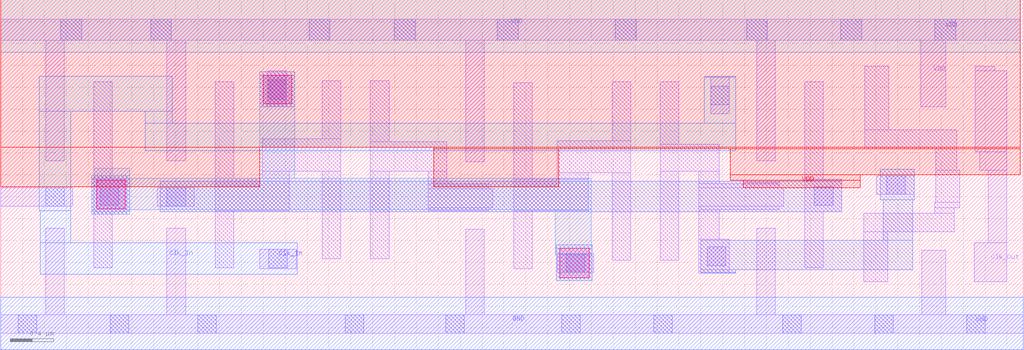
<source format=lef>
VERSION 5.7 ;
  NOWIREEXTENSIONATPIN ON ;
  DIVIDERCHAR "/" ;
  BUSBITCHARS "[]" ;
MACRO FD
  CLASS CORE ;
  FOREIGN FD ;
  ORIGIN 0.000 0.000 ;
  SIZE 9.350 BY 3.200 ;
  SITE unithddb1 ;
  PIN Clk_Out
    ANTENNADIFFAREA 0.318700 ;
    PORT
      LAYER li1 ;
        RECT 8.910 2.550 9.090 2.590 ;
        RECT 8.910 1.810 9.200 2.550 ;
        RECT 8.950 1.640 9.200 1.810 ;
        RECT 9.030 0.980 9.200 1.640 ;
        RECT 8.900 0.620 9.200 0.980 ;
    END
  END Clk_Out
  PIN GND
    ANTENNADIFFAREA 1.261200 ;
    PORT
      LAYER li1 ;
        RECT 0.410 0.320 0.580 1.110 ;
        RECT 1.520 0.320 1.690 1.110 ;
        RECT 4.250 0.320 4.420 1.100 ;
        RECT 6.910 0.320 7.080 1.110 ;
        RECT 8.420 0.320 8.640 0.910 ;
        RECT 0.000 0.150 9.350 0.320 ;
      LAYER mcon ;
        RECT 0.160 0.150 0.330 0.320 ;
        RECT 1.000 0.150 1.170 0.320 ;
        RECT 1.800 0.150 1.970 0.320 ;
        RECT 3.150 0.150 3.320 0.320 ;
        RECT 4.070 0.150 4.240 0.320 ;
        RECT 5.130 0.150 5.300 0.320 ;
        RECT 5.970 0.150 6.140 0.320 ;
        RECT 7.150 0.150 7.320 0.320 ;
        RECT 7.990 0.150 8.160 0.320 ;
        RECT 8.830 0.150 9.000 0.320 ;
      LAYER met1 ;
        RECT 0.000 0.000 9.350 0.480 ;
    END
  END GND
  PIN Clk_In
    ANTENNAGATEAREA 0.351000 ;
    PORT
      LAYER li1 ;
        RECT 6.490 2.160 6.660 2.500 ;
        RECT 0.000 1.310 0.660 1.480 ;
        RECT 2.370 0.740 2.700 0.920 ;
      LAYER mcon ;
        RECT 6.490 2.240 6.660 2.410 ;
        RECT 0.410 1.310 0.580 1.480 ;
        RECT 2.450 0.750 2.620 0.920 ;
      LAYER met1 ;
        RECT 0.350 2.180 1.570 2.500 ;
        RECT 6.440 2.490 6.720 2.500 ;
        RECT 0.350 1.270 0.640 2.180 ;
        RECT 1.320 2.070 1.570 2.180 ;
        RECT 6.430 2.070 6.720 2.490 ;
        RECT 1.320 1.820 6.720 2.070 ;
        RECT 0.360 0.980 0.640 1.270 ;
        RECT 0.360 0.690 2.710 0.980 ;
    END
  END Clk_In
  PIN VDD
    ANTENNADIFFAREA 1.829700 ;
    PORT
      LAYER nwell ;
        RECT 0.000 1.850 9.320 3.200 ;
        RECT 0.000 1.490 2.370 1.850 ;
        RECT 3.960 1.840 9.320 1.850 ;
        RECT 3.960 1.490 5.100 1.840 ;
        RECT 6.670 1.600 9.320 1.840 ;
        RECT 6.670 1.550 7.860 1.600 ;
        RECT 6.790 1.480 7.860 1.550 ;
      LAYER li1 ;
        RECT 0.000 2.830 9.320 3.020 ;
        RECT 0.410 1.730 0.580 2.830 ;
        RECT 1.520 1.730 1.690 2.830 ;
        RECT 4.250 1.720 4.420 2.830 ;
        RECT 6.910 1.730 7.080 2.830 ;
        RECT 8.410 2.220 8.640 2.830 ;
      LAYER mcon ;
        RECT 0.550 2.830 0.740 3.020 ;
        RECT 1.370 2.830 1.560 3.020 ;
        RECT 2.820 2.830 3.010 3.020 ;
        RECT 3.600 2.830 3.790 3.020 ;
        RECT 4.540 2.830 4.730 3.020 ;
        RECT 5.620 2.830 5.810 3.020 ;
        RECT 6.820 2.830 7.010 3.020 ;
        RECT 7.680 2.830 7.870 3.020 ;
        RECT 8.540 2.830 8.730 3.020 ;
      LAYER met1 ;
        RECT 0.000 2.720 9.320 3.200 ;
    END
  END VDD
  OBS
      LAYER li1 ;
        RECT 0.850 1.560 1.020 2.450 ;
        RECT 1.960 1.570 2.130 2.450 ;
        RECT 2.440 2.220 2.610 2.550 ;
        RECT 2.940 1.930 3.110 2.460 ;
        RECT 2.390 1.630 3.110 1.930 ;
        RECT 2.390 1.570 2.640 1.630 ;
        RECT 0.850 1.260 1.150 1.560 ;
        RECT 1.430 1.310 1.770 1.480 ;
        RECT 1.960 1.270 2.640 1.570 ;
        RECT 0.850 0.750 1.020 1.260 ;
        RECT 1.960 0.750 2.130 1.270 ;
        RECT 2.940 0.830 3.110 1.630 ;
        RECT 3.380 1.900 3.550 2.460 ;
        RECT 3.380 1.630 4.080 1.900 ;
        RECT 3.380 0.830 3.550 1.630 ;
        RECT 3.910 1.540 4.080 1.630 ;
        RECT 4.690 1.560 4.860 2.440 ;
        RECT 5.590 1.910 5.760 2.450 ;
        RECT 5.090 1.620 5.760 1.910 ;
        RECT 5.090 1.560 5.370 1.620 ;
        RECT 3.910 1.520 4.120 1.540 ;
        RECT 3.910 1.470 4.460 1.520 ;
        RECT 3.910 1.300 4.500 1.470 ;
        RECT 3.910 1.270 4.460 1.300 ;
        RECT 4.690 1.270 5.370 1.560 ;
        RECT 4.690 0.740 4.860 1.270 ;
        RECT 5.090 0.710 5.420 0.880 ;
        RECT 5.590 0.820 5.760 1.620 ;
        RECT 6.030 1.880 6.200 2.450 ;
        RECT 6.030 1.630 6.570 1.880 ;
        RECT 6.030 0.820 6.200 1.630 ;
        RECT 6.380 1.520 6.570 1.630 ;
        RECT 7.350 1.560 7.520 2.450 ;
        RECT 7.900 2.010 8.120 2.590 ;
        RECT 7.900 1.840 8.740 2.010 ;
        RECT 8.550 1.640 8.740 1.840 ;
        RECT 6.790 1.520 7.120 1.530 ;
        RECT 6.380 1.480 7.120 1.520 ;
        RECT 6.380 1.310 7.160 1.480 ;
        RECT 6.380 1.280 7.120 1.310 ;
        RECT 6.380 1.010 6.570 1.280 ;
        RECT 7.350 1.260 7.690 1.560 ;
        RECT 8.010 1.420 8.350 1.590 ;
        RECT 8.550 1.350 8.770 1.640 ;
        RECT 8.540 1.300 8.770 1.350 ;
        RECT 6.380 0.700 6.660 1.010 ;
        RECT 7.350 0.750 7.520 1.260 ;
        RECT 8.540 1.250 8.720 1.300 ;
        RECT 7.890 1.080 8.720 1.250 ;
        RECT 7.890 0.620 8.110 1.080 ;
      LAYER mcon ;
        RECT 2.440 2.290 2.610 2.470 ;
        RECT 0.910 1.320 1.080 1.490 ;
        RECT 1.520 1.310 1.690 1.480 ;
        RECT 5.170 0.710 5.340 0.880 ;
        RECT 7.440 1.320 7.610 1.490 ;
        RECT 8.100 1.420 8.270 1.590 ;
        RECT 6.460 0.770 6.630 0.940 ;
      LAYER met1 ;
        RECT 2.370 2.220 2.690 2.540 ;
        RECT 0.830 1.240 1.180 1.590 ;
        RECT 1.460 1.260 7.690 1.540 ;
        RECT 8.040 1.370 8.350 1.650 ;
        RECT 8.070 1.000 8.340 1.370 ;
        RECT 5.080 0.630 5.410 0.960 ;
        RECT 6.400 0.730 8.340 1.000 ;
        RECT 6.400 0.710 6.720 0.730 ;
        RECT 6.410 0.700 6.720 0.710 ;
      LAYER via ;
        RECT 2.400 2.250 2.660 2.510 ;
        RECT 0.880 1.290 1.140 1.550 ;
        RECT 5.110 0.660 5.380 0.930 ;
      LAYER met2 ;
        RECT 0.850 1.590 1.180 1.660 ;
        RECT 0.830 1.570 1.180 1.590 ;
        RECT 2.370 1.570 2.690 2.510 ;
        RECT 0.830 1.280 5.400 1.570 ;
        RECT 0.830 1.240 1.180 1.280 ;
        RECT 5.070 0.930 5.400 1.280 ;
        RECT 5.070 0.870 5.410 0.930 ;
        RECT 5.080 0.630 5.410 0.870 ;
  END
END FD
END LIBRARY


</source>
